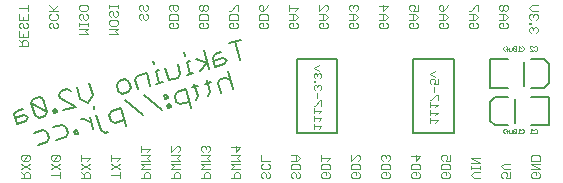
<source format=gbo>
G75*
%MOIN*%
%OFA0B0*%
%FSLAX25Y25*%
%IPPOS*%
%LPD*%
%AMOC8*
5,1,8,0,0,1.08239X$1,22.5*
%
%ADD10C,0.00200*%
%ADD11C,0.00100*%
%ADD12C,0.00600*%
%ADD13C,0.00300*%
%ADD14C,0.00800*%
%ADD15C,0.00500*%
D10*
X0107600Y0030143D02*
X0107600Y0031877D01*
X0107600Y0032721D02*
X0107600Y0034456D01*
X0107600Y0035299D02*
X0107600Y0037034D01*
X0107600Y0037877D02*
X0108034Y0037877D01*
X0109769Y0039612D01*
X0110202Y0039612D01*
X0110202Y0037877D01*
X0110202Y0036166D02*
X0107600Y0036166D01*
X0109335Y0035299D02*
X0110202Y0036166D01*
X0110202Y0033588D02*
X0107600Y0033588D01*
X0109335Y0032721D02*
X0110202Y0033588D01*
X0110202Y0031010D02*
X0107600Y0031010D01*
X0109335Y0030143D02*
X0110202Y0031010D01*
X0108901Y0040455D02*
X0108901Y0042190D01*
X0108034Y0043034D02*
X0107600Y0043467D01*
X0107600Y0044335D01*
X0108034Y0044768D01*
X0108468Y0044768D01*
X0108901Y0044335D01*
X0108901Y0043901D01*
X0108901Y0044335D02*
X0109335Y0044768D01*
X0109769Y0044768D01*
X0110202Y0044335D01*
X0110202Y0043467D01*
X0109769Y0043034D01*
X0108034Y0045612D02*
X0108034Y0046046D01*
X0107600Y0046046D01*
X0107600Y0045612D01*
X0108034Y0045612D01*
X0108034Y0046901D02*
X0107600Y0047335D01*
X0107600Y0048202D01*
X0108034Y0048636D01*
X0108468Y0048636D01*
X0108901Y0048202D01*
X0108901Y0047768D01*
X0108901Y0048202D02*
X0109335Y0048636D01*
X0109769Y0048636D01*
X0110202Y0048202D01*
X0110202Y0047335D01*
X0109769Y0046901D01*
X0109335Y0049479D02*
X0107600Y0050347D01*
X0109335Y0051214D01*
X0146350Y0048413D02*
X0148085Y0049280D01*
X0148085Y0047545D02*
X0146350Y0048413D01*
X0146784Y0046702D02*
X0146350Y0046268D01*
X0146350Y0045401D01*
X0146784Y0044967D01*
X0147651Y0044967D02*
X0148085Y0045835D01*
X0148085Y0046268D01*
X0147651Y0046702D01*
X0146784Y0046702D01*
X0147651Y0044967D02*
X0148952Y0044967D01*
X0148952Y0046702D01*
X0147651Y0044124D02*
X0147651Y0042389D01*
X0148519Y0041546D02*
X0146784Y0039811D01*
X0146350Y0039811D01*
X0146350Y0038967D02*
X0146350Y0037233D01*
X0146350Y0036389D02*
X0146350Y0034654D01*
X0146350Y0033811D02*
X0146350Y0032076D01*
X0148085Y0032076D02*
X0148952Y0032944D01*
X0146350Y0032944D01*
X0148085Y0034654D02*
X0148952Y0035522D01*
X0146350Y0035522D01*
X0148085Y0037233D02*
X0148952Y0038100D01*
X0146350Y0038100D01*
X0148952Y0039811D02*
X0148952Y0041546D01*
X0148519Y0041546D01*
D11*
X0170789Y0029551D02*
X0171289Y0030051D01*
X0171771Y0030051D02*
X0172021Y0029801D01*
X0172021Y0028550D01*
X0172744Y0028550D02*
X0172744Y0029551D01*
X0172271Y0029301D02*
X0171771Y0029301D01*
X0171289Y0028550D02*
X0170789Y0029050D01*
X0170789Y0029551D01*
X0172744Y0028550D02*
X0173495Y0028550D01*
X0173745Y0028800D01*
X0173745Y0029551D01*
X0174217Y0029801D02*
X0175218Y0028800D01*
X0174968Y0028550D01*
X0174467Y0028550D01*
X0174217Y0028800D01*
X0174217Y0029801D01*
X0174467Y0030051D01*
X0174968Y0030051D01*
X0175218Y0029801D01*
X0175218Y0028800D01*
X0175690Y0028550D02*
X0176691Y0028550D01*
X0177173Y0028550D02*
X0177673Y0029050D01*
X0177673Y0029551D01*
X0177173Y0030051D01*
X0176691Y0029551D02*
X0176191Y0030051D01*
X0176191Y0028550D01*
X0179619Y0028550D02*
X0180620Y0028550D01*
X0180119Y0028550D02*
X0180119Y0030051D01*
X0180620Y0029551D01*
X0181092Y0029801D02*
X0181343Y0030051D01*
X0181843Y0030051D01*
X0182093Y0029801D01*
X0182093Y0028800D01*
X0181843Y0028550D01*
X0181343Y0028550D01*
X0181092Y0028800D01*
X0181343Y0056050D02*
X0181092Y0056300D01*
X0181343Y0056050D02*
X0181843Y0056050D01*
X0182093Y0056300D01*
X0182093Y0057301D01*
X0181843Y0057551D01*
X0181343Y0057551D01*
X0181092Y0057301D01*
X0180620Y0057301D02*
X0180370Y0057551D01*
X0179869Y0057551D01*
X0179619Y0057301D01*
X0179619Y0057051D01*
X0180620Y0056050D01*
X0179619Y0056050D01*
X0177673Y0056550D02*
X0177673Y0057051D01*
X0177173Y0057551D01*
X0176691Y0057051D02*
X0176191Y0057551D01*
X0176191Y0056050D01*
X0176691Y0056050D02*
X0175690Y0056050D01*
X0175218Y0056300D02*
X0174217Y0057301D01*
X0174217Y0056300D01*
X0174467Y0056050D01*
X0174968Y0056050D01*
X0175218Y0056300D01*
X0175218Y0057301D01*
X0174968Y0057551D01*
X0174467Y0057551D01*
X0174217Y0057301D01*
X0173745Y0057051D02*
X0173745Y0056300D01*
X0173495Y0056050D01*
X0172744Y0056050D01*
X0172744Y0057051D01*
X0172271Y0056801D02*
X0171771Y0056801D01*
X0172021Y0057301D02*
X0171771Y0057551D01*
X0172021Y0057301D02*
X0172021Y0056050D01*
X0171289Y0056050D02*
X0170789Y0056550D01*
X0170789Y0057051D01*
X0171289Y0057551D01*
X0177173Y0056050D02*
X0177673Y0056550D01*
D12*
X0154307Y0053299D02*
X0154307Y0028701D01*
X0140685Y0028701D01*
X0140685Y0053299D01*
X0154307Y0053299D01*
X0115557Y0053299D02*
X0115557Y0028701D01*
X0101935Y0028701D01*
X0101935Y0053299D01*
X0115557Y0053299D01*
X0083067Y0053119D02*
X0081301Y0059276D01*
X0079249Y0058688D02*
X0083354Y0059865D01*
X0076720Y0055742D02*
X0074668Y0055153D01*
X0073936Y0053833D01*
X0074819Y0050754D01*
X0077897Y0051637D01*
X0078629Y0052957D01*
X0077309Y0053689D01*
X0074230Y0052806D01*
X0072139Y0052207D02*
X0068472Y0053376D01*
X0066387Y0052779D02*
X0065361Y0052484D01*
X0066538Y0048380D01*
X0067564Y0048674D02*
X0065512Y0048085D01*
X0063140Y0048516D02*
X0062408Y0047195D01*
X0059329Y0046312D01*
X0058152Y0050417D01*
X0056061Y0049818D02*
X0055035Y0049523D01*
X0056212Y0045419D01*
X0057238Y0045713D02*
X0055186Y0045124D01*
X0053108Y0044528D02*
X0051931Y0048633D01*
X0048852Y0047750D01*
X0048120Y0046430D01*
X0049003Y0043351D01*
X0046618Y0043778D02*
X0045886Y0042457D01*
X0043833Y0041869D01*
X0042513Y0042601D01*
X0041924Y0044653D01*
X0042656Y0045974D01*
X0044709Y0046562D01*
X0046029Y0045830D01*
X0046618Y0043778D01*
X0051069Y0041499D02*
X0056939Y0036519D01*
X0059011Y0037113D02*
X0060037Y0037407D01*
X0059743Y0038433D01*
X0058717Y0038139D01*
X0059011Y0037113D01*
X0061834Y0039033D02*
X0063154Y0038301D01*
X0066233Y0039184D01*
X0068311Y0039779D02*
X0069043Y0041100D01*
X0067866Y0045205D01*
X0069186Y0044473D02*
X0067134Y0043884D01*
X0065056Y0043288D02*
X0061977Y0042406D01*
X0061245Y0041085D01*
X0061834Y0039033D01*
X0059154Y0040486D02*
X0058860Y0041512D01*
X0057834Y0041218D01*
X0058128Y0040191D01*
X0059154Y0040486D01*
X0065056Y0043288D02*
X0066821Y0037131D01*
X0072442Y0040964D02*
X0073173Y0042284D01*
X0071996Y0046389D01*
X0071264Y0045069D02*
X0073317Y0045657D01*
X0075702Y0045231D02*
X0076585Y0042152D01*
X0080690Y0043329D02*
X0078924Y0049486D01*
X0078486Y0047140D02*
X0076434Y0046551D01*
X0075702Y0045231D01*
X0078486Y0047140D02*
X0079807Y0046408D01*
X0072728Y0050154D02*
X0070962Y0056312D01*
X0064773Y0054537D02*
X0064478Y0055563D01*
X0062257Y0051594D02*
X0063140Y0048516D01*
X0069649Y0049272D02*
X0072139Y0052207D01*
X0054446Y0051576D02*
X0054152Y0052602D01*
X0032755Y0045356D02*
X0033932Y0041251D01*
X0032468Y0038610D01*
X0029827Y0040074D01*
X0028650Y0044179D01*
X0026853Y0042553D02*
X0025533Y0043285D01*
X0023480Y0042696D01*
X0022748Y0041376D01*
X0023042Y0040350D01*
X0028324Y0037422D01*
X0024220Y0036245D01*
X0022129Y0035645D02*
X0021102Y0035351D01*
X0020808Y0036377D01*
X0021834Y0036671D01*
X0022129Y0035645D01*
X0018736Y0035783D02*
X0018004Y0034463D01*
X0015952Y0033874D01*
X0014632Y0034606D01*
X0013454Y0038711D01*
X0018736Y0035783D01*
X0017559Y0039888D01*
X0016239Y0040620D01*
X0014186Y0040031D01*
X0013454Y0038711D01*
X0010632Y0036791D02*
X0008579Y0036202D01*
X0007847Y0034882D01*
X0008730Y0031803D01*
X0011809Y0032686D01*
X0012541Y0034007D01*
X0011220Y0034738D01*
X0008141Y0033856D01*
X0014482Y0028787D02*
X0017561Y0029670D01*
X0018882Y0028938D01*
X0019470Y0026885D01*
X0018738Y0025565D01*
X0015659Y0024682D01*
X0021855Y0026458D02*
X0024934Y0027341D01*
X0025666Y0028662D01*
X0025077Y0030714D01*
X0023757Y0031446D01*
X0020678Y0030563D01*
X0027738Y0029256D02*
X0028032Y0028230D01*
X0029058Y0028524D01*
X0028764Y0029550D01*
X0027738Y0029256D01*
X0030992Y0033521D02*
X0033633Y0032057D01*
X0033044Y0034109D02*
X0034221Y0030004D01*
X0036594Y0029574D02*
X0035122Y0034705D01*
X0034534Y0036758D02*
X0034239Y0037784D01*
X0039560Y0034867D02*
X0040148Y0032815D01*
X0041469Y0032083D01*
X0044548Y0032965D01*
X0045136Y0030913D02*
X0043371Y0037070D01*
X0040292Y0036187D01*
X0039560Y0034867D01*
X0030992Y0033521D02*
X0029966Y0033226D01*
X0036594Y0029574D02*
X0037914Y0028842D01*
X0038940Y0029136D01*
X0044873Y0039722D02*
X0050743Y0034742D01*
D13*
X0013053Y0013650D02*
X0010150Y0013650D01*
X0011118Y0013650D02*
X0011118Y0015101D01*
X0011601Y0015585D01*
X0012569Y0015585D01*
X0013053Y0015101D01*
X0013053Y0013650D01*
X0011118Y0014617D02*
X0010150Y0015585D01*
X0010150Y0016597D02*
X0013053Y0018531D01*
X0013053Y0016597D02*
X0010150Y0018531D01*
X0010634Y0019543D02*
X0012569Y0021478D01*
X0010634Y0021478D01*
X0010150Y0020994D01*
X0010150Y0020027D01*
X0010634Y0019543D01*
X0012569Y0019543D01*
X0013053Y0020027D01*
X0013053Y0020994D01*
X0012569Y0021478D01*
X0020150Y0020994D02*
X0020150Y0020027D01*
X0020634Y0019543D01*
X0022569Y0021478D01*
X0020634Y0021478D01*
X0020150Y0020994D01*
X0020634Y0019543D02*
X0022569Y0019543D01*
X0023053Y0020027D01*
X0023053Y0020994D01*
X0022569Y0021478D01*
X0023053Y0018531D02*
X0020150Y0016597D01*
X0020150Y0018531D02*
X0023053Y0016597D01*
X0023053Y0015585D02*
X0023053Y0013650D01*
X0023053Y0014617D02*
X0020150Y0014617D01*
X0030150Y0013650D02*
X0033053Y0013650D01*
X0033053Y0015101D01*
X0032569Y0015585D01*
X0031601Y0015585D01*
X0031118Y0015101D01*
X0031118Y0013650D01*
X0031118Y0014617D02*
X0030150Y0015585D01*
X0030150Y0016597D02*
X0033053Y0018531D01*
X0032085Y0019543D02*
X0033053Y0020511D01*
X0030150Y0020511D01*
X0030150Y0021478D02*
X0030150Y0019543D01*
X0030150Y0018531D02*
X0033053Y0016597D01*
X0040150Y0016597D02*
X0043053Y0018531D01*
X0043053Y0016597D02*
X0040150Y0018531D01*
X0040150Y0019543D02*
X0040150Y0021478D01*
X0040150Y0020511D02*
X0043053Y0020511D01*
X0042085Y0019543D01*
X0050150Y0019543D02*
X0053053Y0019543D01*
X0052085Y0020511D01*
X0053053Y0021478D01*
X0050150Y0021478D01*
X0050150Y0022490D02*
X0050150Y0024425D01*
X0050150Y0023457D02*
X0053053Y0023457D01*
X0052085Y0022490D01*
X0060150Y0022490D02*
X0062085Y0024425D01*
X0062569Y0024425D01*
X0063053Y0023941D01*
X0063053Y0022973D01*
X0062569Y0022490D01*
X0063053Y0021478D02*
X0060150Y0021478D01*
X0060150Y0022490D02*
X0060150Y0024425D01*
X0063053Y0021478D02*
X0062085Y0020511D01*
X0063053Y0019543D01*
X0060150Y0019543D01*
X0060150Y0018531D02*
X0063053Y0018531D01*
X0061118Y0017564D02*
X0060150Y0018531D01*
X0061118Y0017564D02*
X0060150Y0016597D01*
X0063053Y0016597D01*
X0062569Y0015585D02*
X0061601Y0015585D01*
X0061118Y0015101D01*
X0061118Y0013650D01*
X0060150Y0013650D02*
X0063053Y0013650D01*
X0063053Y0015101D01*
X0062569Y0015585D01*
X0070150Y0016597D02*
X0071118Y0017564D01*
X0070150Y0018531D01*
X0073053Y0018531D01*
X0073053Y0019543D02*
X0070150Y0019543D01*
X0072085Y0020511D02*
X0073053Y0021478D01*
X0070150Y0021478D01*
X0070634Y0022490D02*
X0070150Y0022973D01*
X0070150Y0023941D01*
X0070634Y0024425D01*
X0071118Y0024425D01*
X0071601Y0023941D01*
X0071601Y0023457D01*
X0071601Y0023941D02*
X0072085Y0024425D01*
X0072569Y0024425D01*
X0073053Y0023941D01*
X0073053Y0022973D01*
X0072569Y0022490D01*
X0072085Y0020511D02*
X0073053Y0019543D01*
X0073053Y0016597D02*
X0070150Y0016597D01*
X0071601Y0015585D02*
X0071118Y0015101D01*
X0071118Y0013650D01*
X0070150Y0013650D02*
X0073053Y0013650D01*
X0073053Y0015101D01*
X0072569Y0015585D01*
X0071601Y0015585D01*
X0080150Y0016597D02*
X0081118Y0017564D01*
X0080150Y0018531D01*
X0083053Y0018531D01*
X0083053Y0019543D02*
X0080150Y0019543D01*
X0082085Y0020511D02*
X0083053Y0021478D01*
X0080150Y0021478D01*
X0081601Y0022490D02*
X0081601Y0024425D01*
X0080150Y0023941D02*
X0083053Y0023941D01*
X0081601Y0022490D01*
X0082085Y0020511D02*
X0083053Y0019543D01*
X0090150Y0019543D02*
X0090150Y0021478D01*
X0090150Y0019543D02*
X0093053Y0019543D01*
X0092569Y0018531D02*
X0093053Y0018048D01*
X0093053Y0017080D01*
X0092569Y0016597D01*
X0090634Y0016597D01*
X0090150Y0017080D01*
X0090150Y0018048D01*
X0090634Y0018531D01*
X0090634Y0015585D02*
X0090150Y0015101D01*
X0090150Y0014134D01*
X0090634Y0013650D01*
X0091601Y0014134D02*
X0091601Y0015101D01*
X0091118Y0015585D01*
X0090634Y0015585D01*
X0092569Y0015585D02*
X0093053Y0015101D01*
X0093053Y0014134D01*
X0092569Y0013650D01*
X0092085Y0013650D01*
X0091601Y0014134D01*
X0083053Y0013650D02*
X0083053Y0015101D01*
X0082569Y0015585D01*
X0081601Y0015585D01*
X0081118Y0015101D01*
X0081118Y0013650D01*
X0080150Y0013650D02*
X0083053Y0013650D01*
X0083053Y0016597D02*
X0080150Y0016597D01*
X0100150Y0016597D02*
X0100150Y0018048D01*
X0100634Y0018531D01*
X0102569Y0018531D01*
X0103053Y0018048D01*
X0103053Y0016597D01*
X0100150Y0016597D01*
X0100634Y0015585D02*
X0100150Y0015101D01*
X0100150Y0014134D01*
X0100634Y0013650D01*
X0101601Y0014134D02*
X0101601Y0015101D01*
X0101118Y0015585D01*
X0100634Y0015585D01*
X0102569Y0015585D02*
X0103053Y0015101D01*
X0103053Y0014134D01*
X0102569Y0013650D01*
X0102085Y0013650D01*
X0101601Y0014134D01*
X0110150Y0014134D02*
X0110150Y0015101D01*
X0110634Y0015585D01*
X0111601Y0015585D01*
X0111601Y0014617D01*
X0110634Y0013650D02*
X0110150Y0014134D01*
X0110634Y0013650D02*
X0112569Y0013650D01*
X0113053Y0014134D01*
X0113053Y0015101D01*
X0112569Y0015585D01*
X0113053Y0016597D02*
X0110150Y0016597D01*
X0110150Y0018048D01*
X0110634Y0018531D01*
X0112569Y0018531D01*
X0113053Y0018048D01*
X0113053Y0016597D01*
X0112085Y0019543D02*
X0113053Y0020511D01*
X0110150Y0020511D01*
X0110150Y0021478D02*
X0110150Y0019543D01*
X0103053Y0020511D02*
X0102085Y0019543D01*
X0100150Y0019543D01*
X0101601Y0019543D02*
X0101601Y0021478D01*
X0102085Y0021478D02*
X0100150Y0021478D01*
X0102085Y0021478D02*
X0103053Y0020511D01*
X0120150Y0021478D02*
X0120150Y0019543D01*
X0122085Y0021478D01*
X0122569Y0021478D01*
X0123053Y0020994D01*
X0123053Y0020027D01*
X0122569Y0019543D01*
X0122569Y0018531D02*
X0120634Y0018531D01*
X0120150Y0018048D01*
X0120150Y0016597D01*
X0123053Y0016597D01*
X0123053Y0018048D01*
X0122569Y0018531D01*
X0122569Y0015585D02*
X0123053Y0015101D01*
X0123053Y0014134D01*
X0122569Y0013650D01*
X0120634Y0013650D01*
X0120150Y0014134D01*
X0120150Y0015101D01*
X0120634Y0015585D01*
X0121601Y0015585D01*
X0121601Y0014617D01*
X0130150Y0014134D02*
X0130150Y0015101D01*
X0130634Y0015585D01*
X0131601Y0015585D01*
X0131601Y0014617D01*
X0130634Y0013650D02*
X0130150Y0014134D01*
X0130634Y0013650D02*
X0132569Y0013650D01*
X0133053Y0014134D01*
X0133053Y0015101D01*
X0132569Y0015585D01*
X0133053Y0016597D02*
X0130150Y0016597D01*
X0130150Y0018048D01*
X0130634Y0018531D01*
X0132569Y0018531D01*
X0133053Y0018048D01*
X0133053Y0016597D01*
X0132569Y0019543D02*
X0133053Y0020027D01*
X0133053Y0020994D01*
X0132569Y0021478D01*
X0132085Y0021478D01*
X0131601Y0020994D01*
X0131118Y0021478D01*
X0130634Y0021478D01*
X0130150Y0020994D01*
X0130150Y0020027D01*
X0130634Y0019543D01*
X0131601Y0020511D02*
X0131601Y0020994D01*
X0140150Y0020994D02*
X0143053Y0020994D01*
X0141601Y0019543D01*
X0141601Y0021478D01*
X0140634Y0018531D02*
X0142569Y0018531D01*
X0143053Y0018048D01*
X0143053Y0016597D01*
X0140150Y0016597D01*
X0140150Y0018048D01*
X0140634Y0018531D01*
X0140634Y0015585D02*
X0141601Y0015585D01*
X0141601Y0014617D01*
X0140634Y0013650D02*
X0140150Y0014134D01*
X0140150Y0015101D01*
X0140634Y0015585D01*
X0142569Y0015585D02*
X0143053Y0015101D01*
X0143053Y0014134D01*
X0142569Y0013650D01*
X0140634Y0013650D01*
X0150150Y0014134D02*
X0150150Y0015101D01*
X0150634Y0015585D01*
X0151601Y0015585D01*
X0151601Y0014617D01*
X0150634Y0013650D02*
X0150150Y0014134D01*
X0150634Y0013650D02*
X0152569Y0013650D01*
X0153053Y0014134D01*
X0153053Y0015101D01*
X0152569Y0015585D01*
X0153053Y0016597D02*
X0150150Y0016597D01*
X0150150Y0018048D01*
X0150634Y0018531D01*
X0152569Y0018531D01*
X0153053Y0018048D01*
X0153053Y0016597D01*
X0160150Y0016597D02*
X0160150Y0017564D01*
X0160150Y0017080D02*
X0163053Y0017080D01*
X0163053Y0016597D02*
X0163053Y0017564D01*
X0163053Y0018561D02*
X0160150Y0020496D01*
X0163053Y0020496D01*
X0163053Y0018561D02*
X0160150Y0018561D01*
X0161118Y0015585D02*
X0163053Y0015585D01*
X0161118Y0015585D02*
X0160150Y0014617D01*
X0161118Y0013650D01*
X0163053Y0013650D01*
X0170150Y0014134D02*
X0170634Y0013650D01*
X0170150Y0014134D02*
X0170150Y0015101D01*
X0170634Y0015585D01*
X0171601Y0015585D01*
X0172085Y0015101D01*
X0172085Y0014617D01*
X0171601Y0013650D01*
X0173053Y0013650D01*
X0173053Y0015585D01*
X0173053Y0016597D02*
X0171118Y0016597D01*
X0170150Y0017564D01*
X0171118Y0018531D01*
X0173053Y0018531D01*
X0180150Y0018531D02*
X0183053Y0018531D01*
X0183053Y0019543D02*
X0180150Y0019543D01*
X0180150Y0020994D01*
X0180634Y0021478D01*
X0182569Y0021478D01*
X0183053Y0020994D01*
X0183053Y0019543D01*
X0183053Y0016597D02*
X0180150Y0018531D01*
X0180150Y0016597D02*
X0183053Y0016597D01*
X0182569Y0015585D02*
X0183053Y0015101D01*
X0183053Y0014134D01*
X0182569Y0013650D01*
X0180634Y0013650D01*
X0180150Y0014134D01*
X0180150Y0015101D01*
X0180634Y0015585D01*
X0181601Y0015585D01*
X0181601Y0014617D01*
X0153053Y0019543D02*
X0151601Y0019543D01*
X0152085Y0020511D01*
X0152085Y0020994D01*
X0151601Y0021478D01*
X0150634Y0021478D01*
X0150150Y0020994D01*
X0150150Y0020027D01*
X0150634Y0019543D01*
X0153053Y0019543D02*
X0153053Y0021478D01*
X0179934Y0062087D02*
X0179450Y0062571D01*
X0179450Y0063538D01*
X0179934Y0064022D01*
X0180418Y0064022D01*
X0180901Y0063538D01*
X0180901Y0063055D01*
X0180901Y0063538D02*
X0181385Y0064022D01*
X0181869Y0064022D01*
X0182353Y0063538D01*
X0182353Y0062571D01*
X0181869Y0062087D01*
X0179934Y0065034D02*
X0179934Y0065517D01*
X0179450Y0065517D01*
X0179450Y0065034D01*
X0179934Y0065034D01*
X0179934Y0066507D02*
X0179450Y0066991D01*
X0179450Y0067958D01*
X0179934Y0068442D01*
X0180418Y0068442D01*
X0180901Y0067958D01*
X0180901Y0067474D01*
X0180901Y0067958D02*
X0181385Y0068442D01*
X0181869Y0068442D01*
X0182353Y0067958D01*
X0182353Y0066991D01*
X0181869Y0066507D01*
X0182353Y0069453D02*
X0180418Y0069453D01*
X0179450Y0070421D01*
X0180418Y0071388D01*
X0182353Y0071388D01*
X0172353Y0070905D02*
X0172353Y0069937D01*
X0171869Y0069453D01*
X0171385Y0069453D01*
X0170901Y0069937D01*
X0170901Y0070905D01*
X0170418Y0071388D01*
X0169934Y0071388D01*
X0169450Y0070905D01*
X0169450Y0069937D01*
X0169934Y0069453D01*
X0170418Y0069453D01*
X0170901Y0069937D01*
X0170901Y0070905D02*
X0171385Y0071388D01*
X0171869Y0071388D01*
X0172353Y0070905D01*
X0171385Y0068442D02*
X0169450Y0068442D01*
X0170901Y0068442D02*
X0170901Y0066507D01*
X0171385Y0066507D02*
X0172353Y0067474D01*
X0171385Y0068442D01*
X0171385Y0066507D02*
X0169450Y0066507D01*
X0169934Y0065495D02*
X0170901Y0065495D01*
X0170901Y0064528D01*
X0169934Y0065495D02*
X0169450Y0065012D01*
X0169450Y0064044D01*
X0169934Y0063560D01*
X0171869Y0063560D01*
X0172353Y0064044D01*
X0172353Y0065012D01*
X0171869Y0065495D01*
X0162353Y0065012D02*
X0162353Y0064044D01*
X0161869Y0063560D01*
X0159934Y0063560D01*
X0159450Y0064044D01*
X0159450Y0065012D01*
X0159934Y0065495D01*
X0160901Y0065495D01*
X0160901Y0064528D01*
X0161869Y0065495D02*
X0162353Y0065012D01*
X0161385Y0066507D02*
X0159450Y0066507D01*
X0160901Y0066507D02*
X0160901Y0068442D01*
X0161385Y0068442D02*
X0159450Y0068442D01*
X0159450Y0069453D02*
X0159934Y0069453D01*
X0161869Y0071388D01*
X0162353Y0071388D01*
X0162353Y0069453D01*
X0161385Y0068442D02*
X0162353Y0067474D01*
X0161385Y0066507D01*
X0152353Y0067474D02*
X0151385Y0066507D01*
X0149450Y0066507D01*
X0149934Y0065495D02*
X0150901Y0065495D01*
X0150901Y0064528D01*
X0149934Y0065495D02*
X0149450Y0065012D01*
X0149450Y0064044D01*
X0149934Y0063560D01*
X0151869Y0063560D01*
X0152353Y0064044D01*
X0152353Y0065012D01*
X0151869Y0065495D01*
X0150901Y0066507D02*
X0150901Y0068442D01*
X0151385Y0068442D02*
X0149450Y0068442D01*
X0149934Y0069453D02*
X0149450Y0069937D01*
X0149450Y0070905D01*
X0149934Y0071388D01*
X0150418Y0071388D01*
X0150901Y0070905D01*
X0150901Y0069453D01*
X0149934Y0069453D01*
X0150901Y0069453D02*
X0151869Y0070421D01*
X0152353Y0071388D01*
X0151385Y0068442D02*
X0152353Y0067474D01*
X0142353Y0067474D02*
X0141385Y0066507D01*
X0139450Y0066507D01*
X0139934Y0065495D02*
X0140901Y0065495D01*
X0140901Y0064528D01*
X0139934Y0065495D02*
X0139450Y0065012D01*
X0139450Y0064044D01*
X0139934Y0063560D01*
X0141869Y0063560D01*
X0142353Y0064044D01*
X0142353Y0065012D01*
X0141869Y0065495D01*
X0140901Y0066507D02*
X0140901Y0068442D01*
X0141385Y0068442D02*
X0139450Y0068442D01*
X0139934Y0069453D02*
X0139450Y0069937D01*
X0139450Y0070905D01*
X0139934Y0071388D01*
X0140901Y0071388D01*
X0141385Y0070905D01*
X0141385Y0070421D01*
X0140901Y0069453D01*
X0142353Y0069453D01*
X0142353Y0071388D01*
X0141385Y0068442D02*
X0142353Y0067474D01*
X0132353Y0067474D02*
X0131385Y0068442D01*
X0129450Y0068442D01*
X0130901Y0068442D02*
X0130901Y0066507D01*
X0131385Y0066507D02*
X0132353Y0067474D01*
X0131385Y0066507D02*
X0129450Y0066507D01*
X0129934Y0065495D02*
X0130901Y0065495D01*
X0130901Y0064528D01*
X0129934Y0065495D02*
X0129450Y0065012D01*
X0129450Y0064044D01*
X0129934Y0063560D01*
X0131869Y0063560D01*
X0132353Y0064044D01*
X0132353Y0065012D01*
X0131869Y0065495D01*
X0130901Y0069453D02*
X0130901Y0071388D01*
X0129450Y0070905D02*
X0132353Y0070905D01*
X0130901Y0069453D01*
X0122353Y0069937D02*
X0122353Y0070905D01*
X0121869Y0071388D01*
X0121385Y0071388D01*
X0120901Y0070905D01*
X0120418Y0071388D01*
X0119934Y0071388D01*
X0119450Y0070905D01*
X0119450Y0069937D01*
X0119934Y0069453D01*
X0119450Y0068442D02*
X0121385Y0068442D01*
X0122353Y0067474D01*
X0121385Y0066507D01*
X0119450Y0066507D01*
X0119934Y0065495D02*
X0120901Y0065495D01*
X0120901Y0064528D01*
X0119934Y0065495D02*
X0119450Y0065012D01*
X0119450Y0064044D01*
X0119934Y0063560D01*
X0121869Y0063560D01*
X0122353Y0064044D01*
X0122353Y0065012D01*
X0121869Y0065495D01*
X0120901Y0066507D02*
X0120901Y0068442D01*
X0121869Y0069453D02*
X0122353Y0069937D01*
X0120901Y0070421D02*
X0120901Y0070905D01*
X0112353Y0070905D02*
X0112353Y0069937D01*
X0111869Y0069453D01*
X0111385Y0068442D02*
X0109450Y0068442D01*
X0109450Y0069453D02*
X0111385Y0071388D01*
X0111869Y0071388D01*
X0112353Y0070905D01*
X0109450Y0071388D02*
X0109450Y0069453D01*
X0110901Y0068442D02*
X0110901Y0066507D01*
X0111385Y0066507D02*
X0109450Y0066507D01*
X0109934Y0065495D02*
X0110901Y0065495D01*
X0110901Y0064528D01*
X0109934Y0065495D02*
X0109450Y0065012D01*
X0109450Y0064044D01*
X0109934Y0063560D01*
X0111869Y0063560D01*
X0112353Y0064044D01*
X0112353Y0065012D01*
X0111869Y0065495D01*
X0111385Y0066507D02*
X0112353Y0067474D01*
X0111385Y0068442D01*
X0102353Y0067474D02*
X0101385Y0068442D01*
X0099450Y0068442D01*
X0099450Y0069453D02*
X0099450Y0071388D01*
X0099450Y0070421D02*
X0102353Y0070421D01*
X0101385Y0069453D01*
X0100901Y0068442D02*
X0100901Y0066507D01*
X0101385Y0066507D02*
X0102353Y0067474D01*
X0101385Y0066507D02*
X0099450Y0066507D01*
X0099934Y0065495D02*
X0100901Y0065495D01*
X0100901Y0064528D01*
X0099934Y0065495D02*
X0099450Y0065012D01*
X0099450Y0064044D01*
X0099934Y0063560D01*
X0101869Y0063560D01*
X0102353Y0064044D01*
X0102353Y0065012D01*
X0101869Y0065495D01*
X0092353Y0065012D02*
X0092353Y0064044D01*
X0091869Y0063560D01*
X0089934Y0063560D01*
X0089450Y0064044D01*
X0089450Y0065012D01*
X0089934Y0065495D01*
X0090901Y0065495D01*
X0090901Y0064528D01*
X0091869Y0065495D02*
X0092353Y0065012D01*
X0092353Y0066507D02*
X0089450Y0066507D01*
X0089450Y0067958D01*
X0089934Y0068442D01*
X0091869Y0068442D01*
X0092353Y0067958D01*
X0092353Y0066507D01*
X0090901Y0069453D02*
X0089934Y0069453D01*
X0089450Y0069937D01*
X0089450Y0070905D01*
X0089934Y0071388D01*
X0090418Y0071388D01*
X0090901Y0070905D01*
X0090901Y0069453D01*
X0091869Y0070421D01*
X0092353Y0071388D01*
X0082353Y0071388D02*
X0082353Y0069453D01*
X0081869Y0068442D02*
X0079934Y0068442D01*
X0079450Y0067958D01*
X0079450Y0066507D01*
X0082353Y0066507D01*
X0082353Y0067958D01*
X0081869Y0068442D01*
X0079934Y0069453D02*
X0079450Y0069453D01*
X0079934Y0069453D02*
X0081869Y0071388D01*
X0082353Y0071388D01*
X0072353Y0070905D02*
X0072353Y0069937D01*
X0071869Y0069453D01*
X0071385Y0069453D01*
X0070901Y0069937D01*
X0070901Y0070905D01*
X0070418Y0071388D01*
X0069934Y0071388D01*
X0069450Y0070905D01*
X0069450Y0069937D01*
X0069934Y0069453D01*
X0070418Y0069453D01*
X0070901Y0069937D01*
X0070901Y0070905D02*
X0071385Y0071388D01*
X0071869Y0071388D01*
X0072353Y0070905D01*
X0071869Y0068442D02*
X0069934Y0068442D01*
X0069450Y0067958D01*
X0069450Y0066507D01*
X0072353Y0066507D01*
X0072353Y0067958D01*
X0071869Y0068442D01*
X0071869Y0065495D02*
X0072353Y0065012D01*
X0072353Y0064044D01*
X0071869Y0063560D01*
X0069934Y0063560D01*
X0069450Y0064044D01*
X0069450Y0065012D01*
X0069934Y0065495D01*
X0070901Y0065495D01*
X0070901Y0064528D01*
X0062353Y0064044D02*
X0061869Y0063560D01*
X0059934Y0063560D01*
X0059450Y0064044D01*
X0059450Y0065012D01*
X0059934Y0065495D01*
X0060901Y0065495D01*
X0060901Y0064528D01*
X0061869Y0065495D02*
X0062353Y0065012D01*
X0062353Y0064044D01*
X0062353Y0066507D02*
X0059450Y0066507D01*
X0059450Y0067958D01*
X0059934Y0068442D01*
X0061869Y0068442D01*
X0062353Y0067958D01*
X0062353Y0066507D01*
X0061869Y0069453D02*
X0061385Y0069453D01*
X0060901Y0069937D01*
X0060901Y0071388D01*
X0059934Y0071388D02*
X0061869Y0071388D01*
X0062353Y0070905D01*
X0062353Y0069937D01*
X0061869Y0069453D01*
X0059934Y0069453D02*
X0059450Y0069937D01*
X0059450Y0070905D01*
X0059934Y0071388D01*
X0052353Y0070905D02*
X0052353Y0069937D01*
X0051869Y0069453D01*
X0051385Y0069453D01*
X0050901Y0069937D01*
X0050901Y0070905D01*
X0050418Y0071388D01*
X0049934Y0071388D01*
X0049450Y0070905D01*
X0049450Y0069937D01*
X0049934Y0069453D01*
X0049934Y0068442D02*
X0049450Y0067958D01*
X0049450Y0066991D01*
X0049934Y0066507D01*
X0050901Y0066991D02*
X0050901Y0067958D01*
X0050418Y0068442D01*
X0049934Y0068442D01*
X0051869Y0068442D02*
X0052353Y0067958D01*
X0052353Y0066991D01*
X0051869Y0066507D01*
X0051385Y0066507D01*
X0050901Y0066991D01*
X0052353Y0070905D02*
X0051869Y0071388D01*
X0042353Y0071403D02*
X0042353Y0070436D01*
X0042353Y0070919D02*
X0039450Y0070919D01*
X0039450Y0070436D02*
X0039450Y0071403D01*
X0039934Y0069424D02*
X0039450Y0068940D01*
X0039450Y0067973D01*
X0039934Y0067489D01*
X0039934Y0066478D02*
X0039450Y0065994D01*
X0039450Y0065026D01*
X0039934Y0064543D01*
X0041869Y0064543D01*
X0042353Y0065026D01*
X0042353Y0065994D01*
X0041869Y0066478D01*
X0039934Y0066478D01*
X0041385Y0067489D02*
X0040901Y0067973D01*
X0040901Y0068940D01*
X0040418Y0069424D01*
X0039934Y0069424D01*
X0041869Y0069424D02*
X0042353Y0068940D01*
X0042353Y0067973D01*
X0041869Y0067489D01*
X0041385Y0067489D01*
X0042353Y0063531D02*
X0039450Y0063531D01*
X0041385Y0062564D02*
X0042353Y0063531D01*
X0041385Y0062564D02*
X0042353Y0061596D01*
X0039450Y0061596D01*
X0032353Y0061596D02*
X0031385Y0062564D01*
X0032353Y0063531D01*
X0029450Y0063531D01*
X0029450Y0064543D02*
X0029450Y0065510D01*
X0029450Y0065026D02*
X0032353Y0065026D01*
X0032353Y0064543D02*
X0032353Y0065510D01*
X0031869Y0066507D02*
X0031385Y0066507D01*
X0030901Y0066991D01*
X0030901Y0067958D01*
X0030418Y0068442D01*
X0029934Y0068442D01*
X0029450Y0067958D01*
X0029450Y0066991D01*
X0029934Y0066507D01*
X0031869Y0066507D02*
X0032353Y0066991D01*
X0032353Y0067958D01*
X0031869Y0068442D01*
X0031869Y0069453D02*
X0029934Y0069453D01*
X0029450Y0069937D01*
X0029450Y0070905D01*
X0029934Y0071388D01*
X0031869Y0071388D01*
X0032353Y0070905D01*
X0032353Y0069937D01*
X0031869Y0069453D01*
X0022353Y0069453D02*
X0019450Y0069453D01*
X0020418Y0069453D02*
X0022353Y0071388D01*
X0020901Y0069937D02*
X0019450Y0071388D01*
X0019934Y0068442D02*
X0019450Y0067958D01*
X0019450Y0066991D01*
X0019934Y0066507D01*
X0021869Y0066507D01*
X0022353Y0066991D01*
X0022353Y0067958D01*
X0021869Y0068442D01*
X0021869Y0065495D02*
X0022353Y0065012D01*
X0022353Y0064044D01*
X0021869Y0063560D01*
X0021385Y0063560D01*
X0020901Y0064044D01*
X0020901Y0065012D01*
X0020418Y0065495D01*
X0019934Y0065495D01*
X0019450Y0065012D01*
X0019450Y0064044D01*
X0019934Y0063560D01*
X0012353Y0064044D02*
X0011869Y0063560D01*
X0011385Y0063560D01*
X0010901Y0064044D01*
X0010901Y0065012D01*
X0010418Y0065495D01*
X0009934Y0065495D01*
X0009450Y0065012D01*
X0009450Y0064044D01*
X0009934Y0063560D01*
X0009450Y0062549D02*
X0009450Y0060614D01*
X0012353Y0060614D01*
X0012353Y0062549D01*
X0012353Y0064044D02*
X0012353Y0065012D01*
X0011869Y0065495D01*
X0012353Y0066507D02*
X0009450Y0066507D01*
X0009450Y0068442D01*
X0012353Y0068442D02*
X0012353Y0066507D01*
X0010901Y0066507D02*
X0010901Y0067474D01*
X0012353Y0069453D02*
X0012353Y0071388D01*
X0012353Y0070421D02*
X0009450Y0070421D01*
X0010901Y0061581D02*
X0010901Y0060614D01*
X0010901Y0059602D02*
X0010418Y0059119D01*
X0010418Y0057667D01*
X0009450Y0057667D02*
X0012353Y0057667D01*
X0012353Y0059119D01*
X0011869Y0059602D01*
X0010901Y0059602D01*
X0010418Y0058635D02*
X0009450Y0059602D01*
X0029450Y0061596D02*
X0032353Y0061596D01*
X0079450Y0064044D02*
X0079450Y0065012D01*
X0079934Y0065495D01*
X0080901Y0065495D01*
X0080901Y0064528D01*
X0079934Y0063560D02*
X0079450Y0064044D01*
X0079934Y0063560D02*
X0081869Y0063560D01*
X0082353Y0064044D01*
X0082353Y0065012D01*
X0081869Y0065495D01*
X0053053Y0018531D02*
X0050150Y0018531D01*
X0051118Y0017564D01*
X0050150Y0016597D01*
X0053053Y0016597D01*
X0052569Y0015585D02*
X0051601Y0015585D01*
X0051118Y0015101D01*
X0051118Y0013650D01*
X0050150Y0013650D02*
X0053053Y0013650D01*
X0053053Y0015101D01*
X0052569Y0015585D01*
X0043053Y0015585D02*
X0043053Y0013650D01*
X0043053Y0014617D02*
X0040150Y0014617D01*
D14*
X0166408Y0032850D02*
X0166408Y0039150D01*
X0167982Y0040724D01*
X0172313Y0040724D01*
X0172313Y0043776D02*
X0166408Y0043776D01*
X0166408Y0053224D01*
X0172313Y0053224D01*
X0180187Y0053224D02*
X0184518Y0053224D01*
X0186093Y0051650D01*
X0186093Y0045350D01*
X0184518Y0043776D01*
X0180187Y0043776D01*
X0180187Y0040724D02*
X0186093Y0040724D01*
X0186093Y0031276D01*
X0180187Y0031276D01*
X0172313Y0031276D02*
X0167982Y0031276D01*
X0166408Y0032850D01*
D15*
X0174750Y0032000D02*
X0174750Y0040000D01*
X0177750Y0044500D02*
X0177750Y0052500D01*
M02*

</source>
